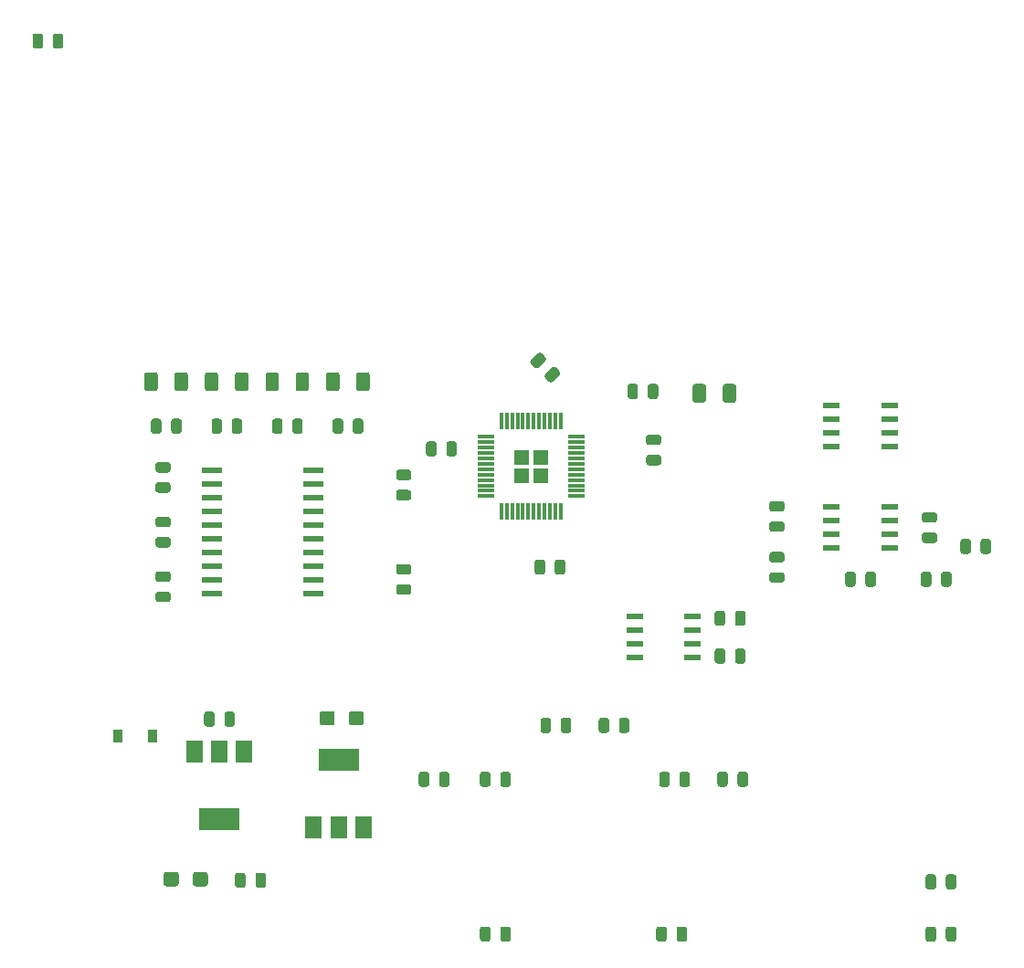
<source format=gtp>
G04 #@! TF.GenerationSoftware,KiCad,Pcbnew,(5.1.6)-1*
G04 #@! TF.CreationDate,2020-07-08T23:31:11-03:00*
G04 #@! TF.ProjectId,Projeto GTA,50726f6a-6574-46f2-9047-54412e6b6963,1.0*
G04 #@! TF.SameCoordinates,Original*
G04 #@! TF.FileFunction,Paste,Top*
G04 #@! TF.FilePolarity,Positive*
%FSLAX46Y46*%
G04 Gerber Fmt 4.6, Leading zero omitted, Abs format (unit mm)*
G04 Created by KiCad (PCBNEW (5.1.6)-1) date 2020-07-08 23:31:11*
%MOMM*%
%LPD*%
G01*
G04 APERTURE LIST*
%ADD10R,1.550000X0.600000*%
%ADD11R,3.800000X2.000000*%
%ADD12R,1.500000X2.000000*%
%ADD13R,0.300000X1.500000*%
%ADD14R,1.500000X0.300000*%
%ADD15R,1.350000X1.350000*%
%ADD16R,1.950000X0.600000*%
%ADD17R,0.900000X1.200000*%
G04 APERTURE END LIST*
D10*
X172843200Y-81336666D03*
X172843200Y-82606666D03*
X172843200Y-83876666D03*
X172843200Y-85146666D03*
X178243200Y-85146666D03*
X178243200Y-83876666D03*
X178243200Y-82606666D03*
X178243200Y-81336666D03*
G36*
G01*
X164875000Y-100618750D02*
X164875000Y-101531250D01*
G75*
G02*
X164631250Y-101775000I-243750J0D01*
G01*
X164143750Y-101775000D01*
G75*
G02*
X163900000Y-101531250I0J243750D01*
G01*
X163900000Y-100618750D01*
G75*
G02*
X164143750Y-100375000I243750J0D01*
G01*
X164631250Y-100375000D01*
G75*
G02*
X164875000Y-100618750I0J-243750D01*
G01*
G37*
G36*
G01*
X163000000Y-100618750D02*
X163000000Y-101531250D01*
G75*
G02*
X162756250Y-101775000I-243750J0D01*
G01*
X162268750Y-101775000D01*
G75*
G02*
X162025000Y-101531250I0J243750D01*
G01*
X162025000Y-100618750D01*
G75*
G02*
X162268750Y-100375000I243750J0D01*
G01*
X162756250Y-100375000D01*
G75*
G02*
X163000000Y-100618750I0J-243750D01*
G01*
G37*
G36*
G01*
X127243000Y-78515300D02*
X127243000Y-79765300D01*
G75*
G02*
X126993000Y-80015300I-250000J0D01*
G01*
X126243000Y-80015300D01*
G75*
G02*
X125993000Y-79765300I0J250000D01*
G01*
X125993000Y-78515300D01*
G75*
G02*
X126243000Y-78265300I250000J0D01*
G01*
X126993000Y-78265300D01*
G75*
G02*
X127243000Y-78515300I0J-250000D01*
G01*
G37*
G36*
G01*
X130043000Y-78515300D02*
X130043000Y-79765300D01*
G75*
G02*
X129793000Y-80015300I-250000J0D01*
G01*
X129043000Y-80015300D01*
G75*
G02*
X128793000Y-79765300I0J250000D01*
G01*
X128793000Y-78515300D01*
G75*
G02*
X129043000Y-78265300I250000J0D01*
G01*
X129793000Y-78265300D01*
G75*
G02*
X130043000Y-78515300I0J-250000D01*
G01*
G37*
G36*
G01*
X113200800Y-78515300D02*
X113200800Y-79765300D01*
G75*
G02*
X112950800Y-80015300I-250000J0D01*
G01*
X112200800Y-80015300D01*
G75*
G02*
X111950800Y-79765300I0J250000D01*
G01*
X111950800Y-78515300D01*
G75*
G02*
X112200800Y-78265300I250000J0D01*
G01*
X112950800Y-78265300D01*
G75*
G02*
X113200800Y-78515300I0J-250000D01*
G01*
G37*
G36*
G01*
X110400800Y-78515300D02*
X110400800Y-79765300D01*
G75*
G02*
X110150800Y-80015300I-250000J0D01*
G01*
X109400800Y-80015300D01*
G75*
G02*
X109150800Y-79765300I0J250000D01*
G01*
X109150800Y-78515300D01*
G75*
G02*
X109400800Y-78265300I250000J0D01*
G01*
X110150800Y-78265300D01*
G75*
G02*
X110400800Y-78515300I0J-250000D01*
G01*
G37*
G36*
G01*
X116014866Y-78515300D02*
X116014866Y-79765300D01*
G75*
G02*
X115764866Y-80015300I-250000J0D01*
G01*
X115014866Y-80015300D01*
G75*
G02*
X114764866Y-79765300I0J250000D01*
G01*
X114764866Y-78515300D01*
G75*
G02*
X115014866Y-78265300I250000J0D01*
G01*
X115764866Y-78265300D01*
G75*
G02*
X116014866Y-78515300I0J-250000D01*
G01*
G37*
G36*
G01*
X118814866Y-78515300D02*
X118814866Y-79765300D01*
G75*
G02*
X118564866Y-80015300I-250000J0D01*
G01*
X117814866Y-80015300D01*
G75*
G02*
X117564866Y-79765300I0J250000D01*
G01*
X117564866Y-78515300D01*
G75*
G02*
X117814866Y-78265300I250000J0D01*
G01*
X118564866Y-78265300D01*
G75*
G02*
X118814866Y-78515300I0J-250000D01*
G01*
G37*
G36*
G01*
X124428932Y-78515300D02*
X124428932Y-79765300D01*
G75*
G02*
X124178932Y-80015300I-250000J0D01*
G01*
X123428932Y-80015300D01*
G75*
G02*
X123178932Y-79765300I0J250000D01*
G01*
X123178932Y-78515300D01*
G75*
G02*
X123428932Y-78265300I250000J0D01*
G01*
X124178932Y-78265300D01*
G75*
G02*
X124428932Y-78515300I0J-250000D01*
G01*
G37*
G36*
G01*
X121628932Y-78515300D02*
X121628932Y-79765300D01*
G75*
G02*
X121378932Y-80015300I-250000J0D01*
G01*
X120628932Y-80015300D01*
G75*
G02*
X120378932Y-79765300I0J250000D01*
G01*
X120378932Y-78515300D01*
G75*
G02*
X120628932Y-78265300I250000J0D01*
G01*
X121378932Y-78265300D01*
G75*
G02*
X121628932Y-78515300I0J-250000D01*
G01*
G37*
X172843200Y-90753332D03*
X172843200Y-92023332D03*
X172843200Y-93293332D03*
X172843200Y-94563332D03*
X178243200Y-94563332D03*
X178243200Y-93293332D03*
X178243200Y-92023332D03*
X178243200Y-90753332D03*
D11*
X127157192Y-114147200D03*
D12*
X127157192Y-120447200D03*
X129457192Y-120447200D03*
X124857192Y-120447200D03*
G36*
G01*
X100668200Y-48005050D02*
X100668200Y-47092550D01*
G75*
G02*
X100911950Y-46848800I243750J0D01*
G01*
X101399450Y-46848800D01*
G75*
G02*
X101643200Y-47092550I0J-243750D01*
G01*
X101643200Y-48005050D01*
G75*
G02*
X101399450Y-48248800I-243750J0D01*
G01*
X100911950Y-48248800D01*
G75*
G02*
X100668200Y-48005050I0J243750D01*
G01*
G37*
G36*
G01*
X98793200Y-48005050D02*
X98793200Y-47092550D01*
G75*
G02*
X99036950Y-46848800I243750J0D01*
G01*
X99524450Y-46848800D01*
G75*
G02*
X99768200Y-47092550I0J-243750D01*
G01*
X99768200Y-48005050D01*
G75*
G02*
X99524450Y-48248800I-243750J0D01*
G01*
X99036950Y-48248800D01*
G75*
G02*
X98793200Y-48005050I0J243750D01*
G01*
G37*
G36*
G01*
X110436521Y-88465600D02*
X111349021Y-88465600D01*
G75*
G02*
X111592771Y-88709350I0J-243750D01*
G01*
X111592771Y-89196850D01*
G75*
G02*
X111349021Y-89440600I-243750J0D01*
G01*
X110436521Y-89440600D01*
G75*
G02*
X110192771Y-89196850I0J243750D01*
G01*
X110192771Y-88709350D01*
G75*
G02*
X110436521Y-88465600I243750J0D01*
G01*
G37*
G36*
G01*
X110436521Y-86590600D02*
X111349021Y-86590600D01*
G75*
G02*
X111592771Y-86834350I0J-243750D01*
G01*
X111592771Y-87321850D01*
G75*
G02*
X111349021Y-87565600I-243750J0D01*
G01*
X110436521Y-87565600D01*
G75*
G02*
X110192771Y-87321850I0J243750D01*
G01*
X110192771Y-86834350D01*
G75*
G02*
X110436521Y-86590600I243750J0D01*
G01*
G37*
G36*
G01*
X164025000Y-79595000D02*
X164025000Y-80845000D01*
G75*
G02*
X163775000Y-81095000I-250000J0D01*
G01*
X163025000Y-81095000D01*
G75*
G02*
X162775000Y-80845000I0J250000D01*
G01*
X162775000Y-79595000D01*
G75*
G02*
X163025000Y-79345000I250000J0D01*
G01*
X163775000Y-79345000D01*
G75*
G02*
X164025000Y-79595000I0J-250000D01*
G01*
G37*
G36*
G01*
X161225000Y-79595000D02*
X161225000Y-80845000D01*
G75*
G02*
X160975000Y-81095000I-250000J0D01*
G01*
X160225000Y-81095000D01*
G75*
G02*
X159975000Y-80845000I0J250000D01*
G01*
X159975000Y-79595000D01*
G75*
G02*
X160225000Y-79345000I250000J0D01*
G01*
X160975000Y-79345000D01*
G75*
G02*
X161225000Y-79595000I0J-250000D01*
G01*
G37*
G36*
G01*
X153946800Y-80491650D02*
X153946800Y-79579150D01*
G75*
G02*
X154190550Y-79335400I243750J0D01*
G01*
X154678050Y-79335400D01*
G75*
G02*
X154921800Y-79579150I0J-243750D01*
G01*
X154921800Y-80491650D01*
G75*
G02*
X154678050Y-80735400I-243750J0D01*
G01*
X154190550Y-80735400D01*
G75*
G02*
X153946800Y-80491650I0J243750D01*
G01*
G37*
G36*
G01*
X155821800Y-80491650D02*
X155821800Y-79579150D01*
G75*
G02*
X156065550Y-79335400I243750J0D01*
G01*
X156553050Y-79335400D01*
G75*
G02*
X156796800Y-79579150I0J-243750D01*
G01*
X156796800Y-80491650D01*
G75*
G02*
X156553050Y-80735400I-243750J0D01*
G01*
X156065550Y-80735400D01*
G75*
G02*
X155821800Y-80491650I0J243750D01*
G01*
G37*
D13*
X147750000Y-82800000D03*
X147250000Y-82800000D03*
X146750000Y-82800000D03*
X146250000Y-82800000D03*
X145750000Y-82800000D03*
X145250000Y-82800000D03*
X144750000Y-82800000D03*
X144250000Y-82800000D03*
X143750000Y-82800000D03*
X143250000Y-82800000D03*
X142750000Y-82800000D03*
X142250000Y-82800000D03*
D14*
X140800000Y-84250000D03*
X140800000Y-84750000D03*
X140800000Y-85250000D03*
X140800000Y-85750000D03*
X140800000Y-86250000D03*
X140800000Y-86750000D03*
X140800000Y-87250000D03*
X140800000Y-87750000D03*
X140800000Y-88250000D03*
X140800000Y-88750000D03*
X140800000Y-89250000D03*
X140800000Y-89750000D03*
D13*
X142250000Y-91200000D03*
X142750000Y-91200000D03*
X143250000Y-91200000D03*
X143750000Y-91200000D03*
X144250000Y-91200000D03*
X144750000Y-91200000D03*
X145250000Y-91200000D03*
X145750000Y-91200000D03*
X146250000Y-91200000D03*
X146750000Y-91200000D03*
X147250000Y-91200000D03*
X147750000Y-91200000D03*
D14*
X149200000Y-89750000D03*
X149200000Y-89250000D03*
X149200000Y-88750000D03*
X149200000Y-88250000D03*
X149200000Y-87750000D03*
X149200000Y-87250000D03*
X149200000Y-86750000D03*
X149200000Y-86250000D03*
X149200000Y-85750000D03*
X149200000Y-85250000D03*
X149200000Y-84750000D03*
X149200000Y-84250000D03*
D15*
X144125000Y-87875000D03*
X145875000Y-87875000D03*
X144125000Y-86125000D03*
X145875000Y-86125000D03*
D16*
X124791200Y-98800600D03*
X124791200Y-97530600D03*
X124791200Y-96260600D03*
X124791200Y-94990600D03*
X124791200Y-93720600D03*
X124791200Y-92450600D03*
X124791200Y-91180600D03*
X124791200Y-89910600D03*
X124791200Y-88640600D03*
X124791200Y-87370600D03*
X115391200Y-87370600D03*
X115391200Y-88640600D03*
X115391200Y-89910600D03*
X115391200Y-91180600D03*
X115391200Y-92450600D03*
X115391200Y-93720600D03*
X115391200Y-94990600D03*
X115391200Y-96260600D03*
X115391200Y-97530600D03*
X115391200Y-98800600D03*
D17*
X109963220Y-111968280D03*
X106663220Y-111968280D03*
D12*
X118389386Y-113410600D03*
X113789386Y-113410600D03*
X116089386Y-113410600D03*
D11*
X116089386Y-119710600D03*
G36*
G01*
X110436521Y-96730599D02*
X111349021Y-96730599D01*
G75*
G02*
X111592771Y-96974349I0J-243750D01*
G01*
X111592771Y-97461849D01*
G75*
G02*
X111349021Y-97705599I-243750J0D01*
G01*
X110436521Y-97705599D01*
G75*
G02*
X110192771Y-97461849I0J243750D01*
G01*
X110192771Y-96974349D01*
G75*
G02*
X110436521Y-96730599I243750J0D01*
G01*
G37*
G36*
G01*
X110436521Y-98605601D02*
X111349021Y-98605601D01*
G75*
G02*
X111592771Y-98849351I0J-243750D01*
G01*
X111592771Y-99336851D01*
G75*
G02*
X111349021Y-99580601I-243750J0D01*
G01*
X110436521Y-99580601D01*
G75*
G02*
X110192771Y-99336851I0J243750D01*
G01*
X110192771Y-98849351D01*
G75*
G02*
X110436521Y-98605601I243750J0D01*
G01*
G37*
G36*
G01*
X147652025Y-78513150D02*
X147006790Y-79158385D01*
G75*
G02*
X146662076Y-79158385I-172357J172357D01*
G01*
X146317361Y-78813670D01*
G75*
G02*
X146317361Y-78468956I172357J172357D01*
G01*
X146962596Y-77823721D01*
G75*
G02*
X147307310Y-77823721I172357J-172357D01*
G01*
X147652025Y-78168436D01*
G75*
G02*
X147652025Y-78513150I-172357J-172357D01*
G01*
G37*
G36*
G01*
X146326199Y-77187324D02*
X145680964Y-77832559D01*
G75*
G02*
X145336250Y-77832559I-172357J172357D01*
G01*
X144991535Y-77487844D01*
G75*
G02*
X144991535Y-77143130I172357J172357D01*
G01*
X145636770Y-76497895D01*
G75*
G02*
X145981484Y-76497895I172357J-172357D01*
G01*
X146326199Y-76842610D01*
G75*
G02*
X146326199Y-77187324I-172357J-172357D01*
G01*
G37*
G36*
G01*
X155913770Y-85915680D02*
X156826270Y-85915680D01*
G75*
G02*
X157070020Y-86159430I0J-243750D01*
G01*
X157070020Y-86646930D01*
G75*
G02*
X156826270Y-86890680I-243750J0D01*
G01*
X155913770Y-86890680D01*
G75*
G02*
X155670020Y-86646930I0J243750D01*
G01*
X155670020Y-86159430D01*
G75*
G02*
X155913770Y-85915680I243750J0D01*
G01*
G37*
G36*
G01*
X155913770Y-84040680D02*
X156826270Y-84040680D01*
G75*
G02*
X157070020Y-84284430I0J-243750D01*
G01*
X157070020Y-84771930D01*
G75*
G02*
X156826270Y-85015680I-243750J0D01*
G01*
X155913770Y-85015680D01*
G75*
G02*
X155670020Y-84771930I0J243750D01*
G01*
X155670020Y-84284430D01*
G75*
G02*
X155913770Y-84040680I243750J0D01*
G01*
G37*
G36*
G01*
X148176040Y-95870710D02*
X148176040Y-96783210D01*
G75*
G02*
X147932290Y-97026960I-243750J0D01*
G01*
X147444790Y-97026960D01*
G75*
G02*
X147201040Y-96783210I0J243750D01*
G01*
X147201040Y-95870710D01*
G75*
G02*
X147444790Y-95626960I243750J0D01*
G01*
X147932290Y-95626960D01*
G75*
G02*
X148176040Y-95870710I0J-243750D01*
G01*
G37*
G36*
G01*
X146301040Y-95870710D02*
X146301040Y-96783210D01*
G75*
G02*
X146057290Y-97026960I-243750J0D01*
G01*
X145569790Y-97026960D01*
G75*
G02*
X145326040Y-96783210I0J243750D01*
G01*
X145326040Y-95870710D01*
G75*
G02*
X145569790Y-95626960I243750J0D01*
G01*
X146057290Y-95626960D01*
G75*
G02*
X146301040Y-95870710I0J-243750D01*
G01*
G37*
G36*
G01*
X137145180Y-85818030D02*
X137145180Y-84905530D01*
G75*
G02*
X137388930Y-84661780I243750J0D01*
G01*
X137876430Y-84661780D01*
G75*
G02*
X138120180Y-84905530I0J-243750D01*
G01*
X138120180Y-85818030D01*
G75*
G02*
X137876430Y-86061780I-243750J0D01*
G01*
X137388930Y-86061780D01*
G75*
G02*
X137145180Y-85818030I0J243750D01*
G01*
G37*
G36*
G01*
X135270180Y-85818030D02*
X135270180Y-84905530D01*
G75*
G02*
X135513930Y-84661780I243750J0D01*
G01*
X136001430Y-84661780D01*
G75*
G02*
X136245180Y-84905530I0J-243750D01*
G01*
X136245180Y-85818030D01*
G75*
G02*
X136001430Y-86061780I-243750J0D01*
G01*
X135513930Y-86061780D01*
G75*
G02*
X135270180Y-85818030I0J243750D01*
G01*
G37*
G36*
G01*
X174118200Y-97900810D02*
X174118200Y-96988310D01*
G75*
G02*
X174361950Y-96744560I243750J0D01*
G01*
X174849450Y-96744560D01*
G75*
G02*
X175093200Y-96988310I0J-243750D01*
G01*
X175093200Y-97900810D01*
G75*
G02*
X174849450Y-98144560I-243750J0D01*
G01*
X174361950Y-98144560D01*
G75*
G02*
X174118200Y-97900810I0J243750D01*
G01*
G37*
G36*
G01*
X175993200Y-97900810D02*
X175993200Y-96988310D01*
G75*
G02*
X176236950Y-96744560I243750J0D01*
G01*
X176724450Y-96744560D01*
G75*
G02*
X176968200Y-96988310I0J-243750D01*
G01*
X176968200Y-97900810D01*
G75*
G02*
X176724450Y-98144560I-243750J0D01*
G01*
X176236950Y-98144560D01*
G75*
G02*
X175993200Y-97900810I0J243750D01*
G01*
G37*
G36*
G01*
X183013200Y-97900810D02*
X183013200Y-96988310D01*
G75*
G02*
X183256950Y-96744560I243750J0D01*
G01*
X183744450Y-96744560D01*
G75*
G02*
X183988200Y-96988310I0J-243750D01*
G01*
X183988200Y-97900810D01*
G75*
G02*
X183744450Y-98144560I-243750J0D01*
G01*
X183256950Y-98144560D01*
G75*
G02*
X183013200Y-97900810I0J243750D01*
G01*
G37*
G36*
G01*
X181138200Y-97900810D02*
X181138200Y-96988310D01*
G75*
G02*
X181381950Y-96744560I243750J0D01*
G01*
X181869450Y-96744560D01*
G75*
G02*
X182113200Y-96988310I0J-243750D01*
G01*
X182113200Y-97900810D01*
G75*
G02*
X181869450Y-98144560I-243750J0D01*
G01*
X181381950Y-98144560D01*
G75*
G02*
X181138200Y-97900810I0J243750D01*
G01*
G37*
G36*
G01*
X133653850Y-98880600D02*
X132741350Y-98880600D01*
G75*
G02*
X132497600Y-98636850I0J243750D01*
G01*
X132497600Y-98149350D01*
G75*
G02*
X132741350Y-97905600I243750J0D01*
G01*
X133653850Y-97905600D01*
G75*
G02*
X133897600Y-98149350I0J-243750D01*
G01*
X133897600Y-98636850D01*
G75*
G02*
X133653850Y-98880600I-243750J0D01*
G01*
G37*
G36*
G01*
X133653850Y-97005600D02*
X132741350Y-97005600D01*
G75*
G02*
X132497600Y-96761850I0J243750D01*
G01*
X132497600Y-96274350D01*
G75*
G02*
X132741350Y-96030600I243750J0D01*
G01*
X133653850Y-96030600D01*
G75*
G02*
X133897600Y-96274350I0J-243750D01*
G01*
X133897600Y-96761850D01*
G75*
G02*
X133653850Y-97005600I-243750J0D01*
G01*
G37*
G36*
G01*
X111349021Y-92635600D02*
X110436521Y-92635600D01*
G75*
G02*
X110192771Y-92391850I0J243750D01*
G01*
X110192771Y-91904350D01*
G75*
G02*
X110436521Y-91660600I243750J0D01*
G01*
X111349021Y-91660600D01*
G75*
G02*
X111592771Y-91904350I0J-243750D01*
G01*
X111592771Y-92391850D01*
G75*
G02*
X111349021Y-92635600I-243750J0D01*
G01*
G37*
G36*
G01*
X111349021Y-94510600D02*
X110436521Y-94510600D01*
G75*
G02*
X110192771Y-94266850I0J243750D01*
G01*
X110192771Y-93779350D01*
G75*
G02*
X110436521Y-93535600I243750J0D01*
G01*
X111349021Y-93535600D01*
G75*
G02*
X111592771Y-93779350I0J-243750D01*
G01*
X111592771Y-94266850D01*
G75*
G02*
X111349021Y-94510600I-243750J0D01*
G01*
G37*
G36*
G01*
X133653850Y-90140600D02*
X132741350Y-90140600D01*
G75*
G02*
X132497600Y-89896850I0J243750D01*
G01*
X132497600Y-89409350D01*
G75*
G02*
X132741350Y-89165600I243750J0D01*
G01*
X133653850Y-89165600D01*
G75*
G02*
X133897600Y-89409350I0J-243750D01*
G01*
X133897600Y-89896850D01*
G75*
G02*
X133653850Y-90140600I-243750J0D01*
G01*
G37*
G36*
G01*
X133653850Y-88265600D02*
X132741350Y-88265600D01*
G75*
G02*
X132497600Y-88021850I0J243750D01*
G01*
X132497600Y-87534350D01*
G75*
G02*
X132741350Y-87290600I243750J0D01*
G01*
X133653850Y-87290600D01*
G75*
G02*
X133897600Y-87534350I0J-243750D01*
G01*
X133897600Y-88021850D01*
G75*
G02*
X133653850Y-88265600I-243750J0D01*
G01*
G37*
G36*
G01*
X119450000Y-125810850D02*
X119450000Y-124898350D01*
G75*
G02*
X119693750Y-124654600I243750J0D01*
G01*
X120181250Y-124654600D01*
G75*
G02*
X120425000Y-124898350I0J-243750D01*
G01*
X120425000Y-125810850D01*
G75*
G02*
X120181250Y-126054600I-243750J0D01*
G01*
X119693750Y-126054600D01*
G75*
G02*
X119450000Y-125810850I0J243750D01*
G01*
G37*
G36*
G01*
X117575000Y-125810850D02*
X117575000Y-124898350D01*
G75*
G02*
X117818750Y-124654600I243750J0D01*
G01*
X118306250Y-124654600D01*
G75*
G02*
X118550000Y-124898350I0J-243750D01*
G01*
X118550000Y-125810850D01*
G75*
G02*
X118306250Y-126054600I-243750J0D01*
G01*
X117818750Y-126054600D01*
G75*
G02*
X117575000Y-125810850I0J243750D01*
G01*
G37*
G36*
G01*
X114703800Y-110870050D02*
X114703800Y-109957550D01*
G75*
G02*
X114947550Y-109713800I243750J0D01*
G01*
X115435050Y-109713800D01*
G75*
G02*
X115678800Y-109957550I0J-243750D01*
G01*
X115678800Y-110870050D01*
G75*
G02*
X115435050Y-111113800I-243750J0D01*
G01*
X114947550Y-111113800D01*
G75*
G02*
X114703800Y-110870050I0J243750D01*
G01*
G37*
G36*
G01*
X116578800Y-110870050D02*
X116578800Y-109957550D01*
G75*
G02*
X116822550Y-109713800I243750J0D01*
G01*
X117310050Y-109713800D01*
G75*
G02*
X117553800Y-109957550I0J-243750D01*
G01*
X117553800Y-110870050D01*
G75*
G02*
X117310050Y-111113800I-243750J0D01*
G01*
X116822550Y-111113800D01*
G75*
G02*
X116578800Y-110870050I0J243750D01*
G01*
G37*
G36*
G01*
X112350000Y-124829599D02*
X112350000Y-125679601D01*
G75*
G02*
X112100001Y-125929600I-249999J0D01*
G01*
X111199999Y-125929600D01*
G75*
G02*
X110950000Y-125679601I0J249999D01*
G01*
X110950000Y-124829599D01*
G75*
G02*
X111199999Y-124579600I249999J0D01*
G01*
X112100001Y-124579600D01*
G75*
G02*
X112350000Y-124829599I0J-249999D01*
G01*
G37*
G36*
G01*
X115050000Y-124829599D02*
X115050000Y-125679601D01*
G75*
G02*
X114800001Y-125929600I-249999J0D01*
G01*
X113899999Y-125929600D01*
G75*
G02*
X113650000Y-125679601I0J249999D01*
G01*
X113650000Y-124829599D01*
G75*
G02*
X113899999Y-124579600I249999J0D01*
G01*
X114800001Y-124579600D01*
G75*
G02*
X115050000Y-124829599I0J-249999D01*
G01*
G37*
G36*
G01*
X129507200Y-109912599D02*
X129507200Y-110762601D01*
G75*
G02*
X129257201Y-111012600I-249999J0D01*
G01*
X128357199Y-111012600D01*
G75*
G02*
X128107200Y-110762601I0J249999D01*
G01*
X128107200Y-109912599D01*
G75*
G02*
X128357199Y-109662600I249999J0D01*
G01*
X129257201Y-109662600D01*
G75*
G02*
X129507200Y-109912599I0J-249999D01*
G01*
G37*
G36*
G01*
X126807200Y-109912599D02*
X126807200Y-110762601D01*
G75*
G02*
X126557201Y-111012600I-249999J0D01*
G01*
X125657199Y-111012600D01*
G75*
G02*
X125407200Y-110762601I0J249999D01*
G01*
X125407200Y-109912599D01*
G75*
G02*
X125657199Y-109662600I249999J0D01*
G01*
X126557201Y-109662600D01*
G75*
G02*
X126807200Y-109912599I0J-249999D01*
G01*
G37*
D10*
X154602200Y-100920000D03*
X154602200Y-102190000D03*
X154602200Y-103460000D03*
X154602200Y-104730000D03*
X160002200Y-104730000D03*
X160002200Y-103460000D03*
X160002200Y-102190000D03*
X160002200Y-100920000D03*
G36*
G01*
X147755000Y-111456250D02*
X147755000Y-110543750D01*
G75*
G02*
X147998750Y-110300000I243750J0D01*
G01*
X148486250Y-110300000D01*
G75*
G02*
X148730000Y-110543750I0J-243750D01*
G01*
X148730000Y-111456250D01*
G75*
G02*
X148486250Y-111700000I-243750J0D01*
G01*
X147998750Y-111700000D01*
G75*
G02*
X147755000Y-111456250I0J243750D01*
G01*
G37*
G36*
G01*
X145880000Y-111456250D02*
X145880000Y-110543750D01*
G75*
G02*
X146123750Y-110300000I243750J0D01*
G01*
X146611250Y-110300000D01*
G75*
G02*
X146855000Y-110543750I0J-243750D01*
G01*
X146855000Y-111456250D01*
G75*
G02*
X146611250Y-111700000I-243750J0D01*
G01*
X146123750Y-111700000D01*
G75*
G02*
X145880000Y-111456250I0J243750D01*
G01*
G37*
G36*
G01*
X137449999Y-115543750D02*
X137449999Y-116456250D01*
G75*
G02*
X137206249Y-116700000I-243750J0D01*
G01*
X136718749Y-116700000D01*
G75*
G02*
X136474999Y-116456250I0J243750D01*
G01*
X136474999Y-115543750D01*
G75*
G02*
X136718749Y-115300000I243750J0D01*
G01*
X137206249Y-115300000D01*
G75*
G02*
X137449999Y-115543750I0J-243750D01*
G01*
G37*
G36*
G01*
X135574999Y-115543750D02*
X135574999Y-116456250D01*
G75*
G02*
X135331249Y-116700000I-243750J0D01*
G01*
X134843749Y-116700000D01*
G75*
G02*
X134599999Y-116456250I0J243750D01*
G01*
X134599999Y-115543750D01*
G75*
G02*
X134843749Y-115300000I243750J0D01*
G01*
X135331249Y-115300000D01*
G75*
G02*
X135574999Y-115543750I0J-243750D01*
G01*
G37*
G36*
G01*
X142145000Y-130810850D02*
X142145000Y-129898350D01*
G75*
G02*
X142388750Y-129654600I243750J0D01*
G01*
X142876250Y-129654600D01*
G75*
G02*
X143120000Y-129898350I0J-243750D01*
G01*
X143120000Y-130810850D01*
G75*
G02*
X142876250Y-131054600I-243750J0D01*
G01*
X142388750Y-131054600D01*
G75*
G02*
X142145000Y-130810850I0J243750D01*
G01*
G37*
G36*
G01*
X140270000Y-130810850D02*
X140270000Y-129898350D01*
G75*
G02*
X140513750Y-129654600I243750J0D01*
G01*
X141001250Y-129654600D01*
G75*
G02*
X141245000Y-129898350I0J-243750D01*
G01*
X141245000Y-130810850D01*
G75*
G02*
X141001250Y-131054600I-243750J0D01*
G01*
X140513750Y-131054600D01*
G75*
G02*
X140270000Y-130810850I0J243750D01*
G01*
G37*
G36*
G01*
X184425000Y-129898350D02*
X184425000Y-130810850D01*
G75*
G02*
X184181250Y-131054600I-243750J0D01*
G01*
X183693750Y-131054600D01*
G75*
G02*
X183450000Y-130810850I0J243750D01*
G01*
X183450000Y-129898350D01*
G75*
G02*
X183693750Y-129654600I243750J0D01*
G01*
X184181250Y-129654600D01*
G75*
G02*
X184425000Y-129898350I0J-243750D01*
G01*
G37*
G36*
G01*
X182550000Y-129898350D02*
X182550000Y-130810850D01*
G75*
G02*
X182306250Y-131054600I-243750J0D01*
G01*
X181818750Y-131054600D01*
G75*
G02*
X181575000Y-130810850I0J243750D01*
G01*
X181575000Y-129898350D01*
G75*
G02*
X181818750Y-129654600I243750J0D01*
G01*
X182306250Y-129654600D01*
G75*
G02*
X182550000Y-129898350I0J-243750D01*
G01*
G37*
G36*
G01*
X183450000Y-125960850D02*
X183450000Y-125048350D01*
G75*
G02*
X183693750Y-124804600I243750J0D01*
G01*
X184181250Y-124804600D01*
G75*
G02*
X184425000Y-125048350I0J-243750D01*
G01*
X184425000Y-125960850D01*
G75*
G02*
X184181250Y-126204600I-243750J0D01*
G01*
X183693750Y-126204600D01*
G75*
G02*
X183450000Y-125960850I0J243750D01*
G01*
G37*
G36*
G01*
X181575000Y-125960850D02*
X181575000Y-125048350D01*
G75*
G02*
X181818750Y-124804600I243750J0D01*
G01*
X182306250Y-124804600D01*
G75*
G02*
X182550000Y-125048350I0J-243750D01*
G01*
X182550000Y-125960850D01*
G75*
G02*
X182306250Y-126204600I-243750J0D01*
G01*
X181818750Y-126204600D01*
G75*
G02*
X181575000Y-125960850I0J243750D01*
G01*
G37*
G36*
G01*
X159730000Y-115543750D02*
X159730000Y-116456250D01*
G75*
G02*
X159486250Y-116700000I-243750J0D01*
G01*
X158998750Y-116700000D01*
G75*
G02*
X158755000Y-116456250I0J243750D01*
G01*
X158755000Y-115543750D01*
G75*
G02*
X158998750Y-115300000I243750J0D01*
G01*
X159486250Y-115300000D01*
G75*
G02*
X159730000Y-115543750I0J-243750D01*
G01*
G37*
G36*
G01*
X157855000Y-115543750D02*
X157855000Y-116456250D01*
G75*
G02*
X157611250Y-116700000I-243750J0D01*
G01*
X157123750Y-116700000D01*
G75*
G02*
X156880000Y-116456250I0J243750D01*
G01*
X156880000Y-115543750D01*
G75*
G02*
X157123750Y-115300000I243750J0D01*
G01*
X157611250Y-115300000D01*
G75*
G02*
X157855000Y-115543750I0J-243750D01*
G01*
G37*
G36*
G01*
X141245000Y-115543750D02*
X141245000Y-116456250D01*
G75*
G02*
X141001250Y-116700000I-243750J0D01*
G01*
X140513750Y-116700000D01*
G75*
G02*
X140270000Y-116456250I0J243750D01*
G01*
X140270000Y-115543750D01*
G75*
G02*
X140513750Y-115300000I243750J0D01*
G01*
X141001250Y-115300000D01*
G75*
G02*
X141245000Y-115543750I0J-243750D01*
G01*
G37*
G36*
G01*
X143120000Y-115543750D02*
X143120000Y-116456250D01*
G75*
G02*
X142876250Y-116700000I-243750J0D01*
G01*
X142388750Y-116700000D01*
G75*
G02*
X142145000Y-116456250I0J243750D01*
G01*
X142145000Y-115543750D01*
G75*
G02*
X142388750Y-115300000I243750J0D01*
G01*
X142876250Y-115300000D01*
G75*
G02*
X143120000Y-115543750I0J-243750D01*
G01*
G37*
G36*
G01*
X168249450Y-97771666D02*
X167336950Y-97771666D01*
G75*
G02*
X167093200Y-97527916I0J243750D01*
G01*
X167093200Y-97040416D01*
G75*
G02*
X167336950Y-96796666I243750J0D01*
G01*
X168249450Y-96796666D01*
G75*
G02*
X168493200Y-97040416I0J-243750D01*
G01*
X168493200Y-97527916D01*
G75*
G02*
X168249450Y-97771666I-243750J0D01*
G01*
G37*
G36*
G01*
X168249450Y-95896666D02*
X167336950Y-95896666D01*
G75*
G02*
X167093200Y-95652916I0J243750D01*
G01*
X167093200Y-95165416D01*
G75*
G02*
X167336950Y-94921666I243750J0D01*
G01*
X168249450Y-94921666D01*
G75*
G02*
X168493200Y-95165416I0J-243750D01*
G01*
X168493200Y-95652916D01*
G75*
G02*
X168249450Y-95896666I-243750J0D01*
G01*
G37*
G36*
G01*
X157585000Y-129898350D02*
X157585000Y-130810850D01*
G75*
G02*
X157341250Y-131054600I-243750J0D01*
G01*
X156853750Y-131054600D01*
G75*
G02*
X156610000Y-130810850I0J243750D01*
G01*
X156610000Y-129898350D01*
G75*
G02*
X156853750Y-129654600I243750J0D01*
G01*
X157341250Y-129654600D01*
G75*
G02*
X157585000Y-129898350I0J-243750D01*
G01*
G37*
G36*
G01*
X159460000Y-129898350D02*
X159460000Y-130810850D01*
G75*
G02*
X159216250Y-131054600I-243750J0D01*
G01*
X158728750Y-131054600D01*
G75*
G02*
X158485000Y-130810850I0J243750D01*
G01*
X158485000Y-129898350D01*
G75*
G02*
X158728750Y-129654600I243750J0D01*
G01*
X159216250Y-129654600D01*
G75*
G02*
X159460000Y-129898350I0J-243750D01*
G01*
G37*
G36*
G01*
X127588000Y-82804950D02*
X127588000Y-83717450D01*
G75*
G02*
X127344250Y-83961200I-243750J0D01*
G01*
X126856750Y-83961200D01*
G75*
G02*
X126613000Y-83717450I0J243750D01*
G01*
X126613000Y-82804950D01*
G75*
G02*
X126856750Y-82561200I243750J0D01*
G01*
X127344250Y-82561200D01*
G75*
G02*
X127588000Y-82804950I0J-243750D01*
G01*
G37*
G36*
G01*
X129463000Y-82804950D02*
X129463000Y-83717450D01*
G75*
G02*
X129219250Y-83961200I-243750J0D01*
G01*
X128731750Y-83961200D01*
G75*
G02*
X128488000Y-83717450I0J243750D01*
G01*
X128488000Y-82804950D01*
G75*
G02*
X128731750Y-82561200I243750J0D01*
G01*
X129219250Y-82561200D01*
G75*
G02*
X129463000Y-82804950I0J-243750D01*
G01*
G37*
G36*
G01*
X123848932Y-82804950D02*
X123848932Y-83717450D01*
G75*
G02*
X123605182Y-83961200I-243750J0D01*
G01*
X123117682Y-83961200D01*
G75*
G02*
X122873932Y-83717450I0J243750D01*
G01*
X122873932Y-82804950D01*
G75*
G02*
X123117682Y-82561200I243750J0D01*
G01*
X123605182Y-82561200D01*
G75*
G02*
X123848932Y-82804950I0J-243750D01*
G01*
G37*
G36*
G01*
X121973932Y-82804950D02*
X121973932Y-83717450D01*
G75*
G02*
X121730182Y-83961200I-243750J0D01*
G01*
X121242682Y-83961200D01*
G75*
G02*
X120998932Y-83717450I0J243750D01*
G01*
X120998932Y-82804950D01*
G75*
G02*
X121242682Y-82561200I243750J0D01*
G01*
X121730182Y-82561200D01*
G75*
G02*
X121973932Y-82804950I0J-243750D01*
G01*
G37*
G36*
G01*
X116359866Y-82804950D02*
X116359866Y-83717450D01*
G75*
G02*
X116116116Y-83961200I-243750J0D01*
G01*
X115628616Y-83961200D01*
G75*
G02*
X115384866Y-83717450I0J243750D01*
G01*
X115384866Y-82804950D01*
G75*
G02*
X115628616Y-82561200I243750J0D01*
G01*
X116116116Y-82561200D01*
G75*
G02*
X116359866Y-82804950I0J-243750D01*
G01*
G37*
G36*
G01*
X118234866Y-82804950D02*
X118234866Y-83717450D01*
G75*
G02*
X117991116Y-83961200I-243750J0D01*
G01*
X117503616Y-83961200D01*
G75*
G02*
X117259866Y-83717450I0J243750D01*
G01*
X117259866Y-82804950D01*
G75*
G02*
X117503616Y-82561200I243750J0D01*
G01*
X117991116Y-82561200D01*
G75*
G02*
X118234866Y-82804950I0J-243750D01*
G01*
G37*
G36*
G01*
X112620800Y-82804950D02*
X112620800Y-83717450D01*
G75*
G02*
X112377050Y-83961200I-243750J0D01*
G01*
X111889550Y-83961200D01*
G75*
G02*
X111645800Y-83717450I0J243750D01*
G01*
X111645800Y-82804950D01*
G75*
G02*
X111889550Y-82561200I243750J0D01*
G01*
X112377050Y-82561200D01*
G75*
G02*
X112620800Y-82804950I0J-243750D01*
G01*
G37*
G36*
G01*
X110745800Y-82804950D02*
X110745800Y-83717450D01*
G75*
G02*
X110502050Y-83961200I-243750J0D01*
G01*
X110014550Y-83961200D01*
G75*
G02*
X109770800Y-83717450I0J243750D01*
G01*
X109770800Y-82804950D01*
G75*
G02*
X110014550Y-82561200I243750J0D01*
G01*
X110502050Y-82561200D01*
G75*
G02*
X110745800Y-82804950I0J-243750D01*
G01*
G37*
G36*
G01*
X168249450Y-91188332D02*
X167336950Y-91188332D01*
G75*
G02*
X167093200Y-90944582I0J243750D01*
G01*
X167093200Y-90457082D01*
G75*
G02*
X167336950Y-90213332I243750J0D01*
G01*
X168249450Y-90213332D01*
G75*
G02*
X168493200Y-90457082I0J-243750D01*
G01*
X168493200Y-90944582D01*
G75*
G02*
X168249450Y-91188332I-243750J0D01*
G01*
G37*
G36*
G01*
X168249450Y-93063332D02*
X167336950Y-93063332D01*
G75*
G02*
X167093200Y-92819582I0J243750D01*
G01*
X167093200Y-92332082D01*
G75*
G02*
X167336950Y-92088332I243750J0D01*
G01*
X168249450Y-92088332D01*
G75*
G02*
X168493200Y-92332082I0J-243750D01*
G01*
X168493200Y-92819582D01*
G75*
G02*
X168249450Y-93063332I-243750J0D01*
G01*
G37*
G36*
G01*
X162270000Y-116456250D02*
X162270000Y-115543750D01*
G75*
G02*
X162513750Y-115300000I243750J0D01*
G01*
X163001250Y-115300000D01*
G75*
G02*
X163245000Y-115543750I0J-243750D01*
G01*
X163245000Y-116456250D01*
G75*
G02*
X163001250Y-116700000I-243750J0D01*
G01*
X162513750Y-116700000D01*
G75*
G02*
X162270000Y-116456250I0J243750D01*
G01*
G37*
G36*
G01*
X164145000Y-116456250D02*
X164145000Y-115543750D01*
G75*
G02*
X164388750Y-115300000I243750J0D01*
G01*
X164876250Y-115300000D01*
G75*
G02*
X165120000Y-115543750I0J-243750D01*
G01*
X165120000Y-116456250D01*
G75*
G02*
X164876250Y-116700000I-243750J0D01*
G01*
X164388750Y-116700000D01*
G75*
G02*
X164145000Y-116456250I0J243750D01*
G01*
G37*
G36*
G01*
X186670100Y-94864582D02*
X186670100Y-93952082D01*
G75*
G02*
X186913850Y-93708332I243750J0D01*
G01*
X187401350Y-93708332D01*
G75*
G02*
X187645100Y-93952082I0J-243750D01*
G01*
X187645100Y-94864582D01*
G75*
G02*
X187401350Y-95108332I-243750J0D01*
G01*
X186913850Y-95108332D01*
G75*
G02*
X186670100Y-94864582I0J243750D01*
G01*
G37*
G36*
G01*
X184795100Y-94864582D02*
X184795100Y-93952082D01*
G75*
G02*
X185038850Y-93708332I243750J0D01*
G01*
X185526350Y-93708332D01*
G75*
G02*
X185770100Y-93952082I0J-243750D01*
G01*
X185770100Y-94864582D01*
G75*
G02*
X185526350Y-95108332I-243750J0D01*
G01*
X185038850Y-95108332D01*
G75*
G02*
X184795100Y-94864582I0J243750D01*
G01*
G37*
G36*
G01*
X181483950Y-91233332D02*
X182396450Y-91233332D01*
G75*
G02*
X182640200Y-91477082I0J-243750D01*
G01*
X182640200Y-91964582D01*
G75*
G02*
X182396450Y-92208332I-243750J0D01*
G01*
X181483950Y-92208332D01*
G75*
G02*
X181240200Y-91964582I0J243750D01*
G01*
X181240200Y-91477082D01*
G75*
G02*
X181483950Y-91233332I243750J0D01*
G01*
G37*
G36*
G01*
X181483950Y-93108332D02*
X182396450Y-93108332D01*
G75*
G02*
X182640200Y-93352082I0J-243750D01*
G01*
X182640200Y-93839582D01*
G75*
G02*
X182396450Y-94083332I-243750J0D01*
G01*
X181483950Y-94083332D01*
G75*
G02*
X181240200Y-93839582I0J243750D01*
G01*
X181240200Y-93352082D01*
G75*
G02*
X181483950Y-93108332I243750J0D01*
G01*
G37*
G36*
G01*
X163000000Y-104118750D02*
X163000000Y-105031250D01*
G75*
G02*
X162756250Y-105275000I-243750J0D01*
G01*
X162268750Y-105275000D01*
G75*
G02*
X162025000Y-105031250I0J243750D01*
G01*
X162025000Y-104118750D01*
G75*
G02*
X162268750Y-103875000I243750J0D01*
G01*
X162756250Y-103875000D01*
G75*
G02*
X163000000Y-104118750I0J-243750D01*
G01*
G37*
G36*
G01*
X164875000Y-104118750D02*
X164875000Y-105031250D01*
G75*
G02*
X164631250Y-105275000I-243750J0D01*
G01*
X164143750Y-105275000D01*
G75*
G02*
X163900000Y-105031250I0J243750D01*
G01*
X163900000Y-104118750D01*
G75*
G02*
X164143750Y-103875000I243750J0D01*
G01*
X164631250Y-103875000D01*
G75*
G02*
X164875000Y-104118750I0J-243750D01*
G01*
G37*
G36*
G01*
X153145000Y-111456250D02*
X153145000Y-110543750D01*
G75*
G02*
X153388750Y-110300000I243750J0D01*
G01*
X153876250Y-110300000D01*
G75*
G02*
X154120000Y-110543750I0J-243750D01*
G01*
X154120000Y-111456250D01*
G75*
G02*
X153876250Y-111700000I-243750J0D01*
G01*
X153388750Y-111700000D01*
G75*
G02*
X153145000Y-111456250I0J243750D01*
G01*
G37*
G36*
G01*
X151270000Y-111456250D02*
X151270000Y-110543750D01*
G75*
G02*
X151513750Y-110300000I243750J0D01*
G01*
X152001250Y-110300000D01*
G75*
G02*
X152245000Y-110543750I0J-243750D01*
G01*
X152245000Y-111456250D01*
G75*
G02*
X152001250Y-111700000I-243750J0D01*
G01*
X151513750Y-111700000D01*
G75*
G02*
X151270000Y-111456250I0J243750D01*
G01*
G37*
M02*

</source>
